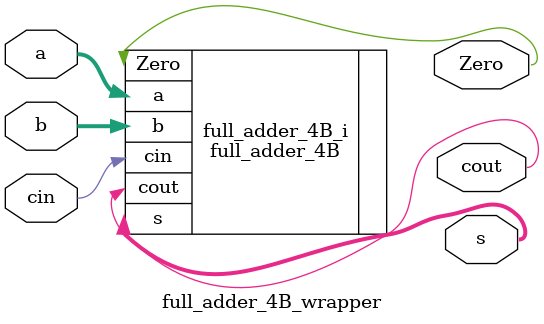
<source format=v>
`timescale 1 ps / 1 ps

module full_adder_4B_wrapper
   (Zero,
    a,
    b,
    cin,
    cout,
    s);
  output Zero;
  input [3:0]a;
  input [3:0]b;
  input cin;
  output cout;
  output [3:0]s;

  wire Zero;
  wire [3:0]a;
  wire [3:0]b;
  wire cin;
  wire cout;
  wire [3:0]s;

  full_adder_4B full_adder_4B_i
       (.Zero(Zero),
        .a(a),
        .b(b),
        .cin(cin),
        .cout(cout),
        .s(s));
endmodule

</source>
